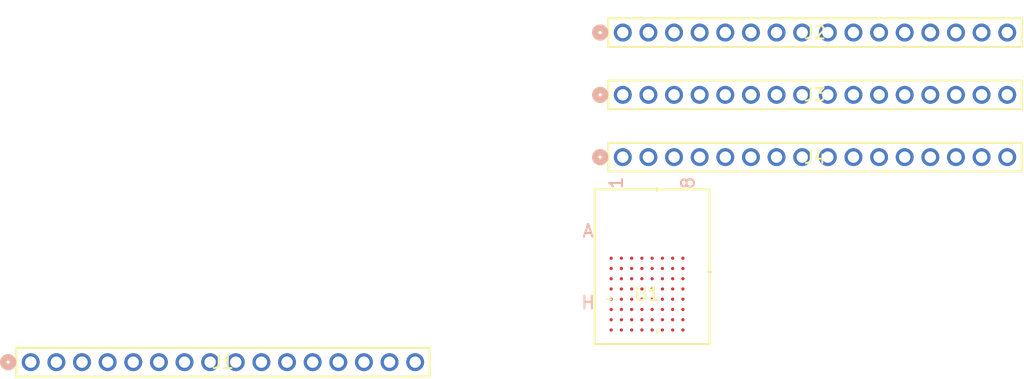
<source format=kicad_pcb>
(kicad_pcb (version 20240108) (generator "pcbnew") (generator_version "8.0")
  (layers (0 "F.Cu" signal) (31 "B.Cu" signal) (34 "B.Paste" user) (35 "F.Paste" user) (36 "B.SilkS" user "B.Silkscreen") (37 "F.SilkS" user "F.Silkscreen") (38 "B.Mask" user) (39 "F.Mask" user) (44 "Edge.Cuts" user))
  (net 0 "")
  (net 17 "A1")
  (net 22 "A0")
  (footprint "Custom:1x16 Connector" (layer "F.Cu") (at 125.599999 90.7392)
    (property "Reference" "J3" (at 15.000001 0 0) (layer "F.SilkS"))
    (property "Value" "Conn_01x16")
    (fp_circle (center -1.763999 0) (end -1.382999 0) (stroke (width 0.508)) (fill none) (layer "B.SilkS"))
    (fp_line (start -1.128999 -1.1176) (end -1.128999 1.1176) (stroke (width 0.1524)) (layer "F.SilkS"))
    (fp_line (start -1.128999 1.1176) (end 31.129001 1.1176) (stroke (width 0.1524)) (layer "F.SilkS"))
    (fp_line (start 31.129001 -1.1176) (end -1.128999 -1.1176) (stroke (width 0.1524)) (layer "F.SilkS"))
    (fp_line (start 31.129001 1.1176) (end 31.129001 -1.1176) (stroke (width 0.1524)) (layer "F.SilkS"))
    (fp_circle (center -1.763999 0) (end -1.382999 0) (stroke (width 0.508)) (fill none) (layer "F.SilkS"))
    (pad "1" thru_hole circle (at 0 0) (size 1.397 1.397) (drill 0.889) (layers "*.Cu" "*.Mask"))
    (pad "2" thru_hole circle (at 1.999999 0) (size 1.397 1.397) (drill 0.889) (layers "*.Cu" "*.Mask"))
    (pad "3" thru_hole circle (at 4 0) (size 1.397 1.397) (drill 0.889) (layers "*.Cu" "*.Mask"))
    (pad "4" thru_hole circle (at 6.000001 0) (size 1.397 1.397) (drill 0.889) (layers "*.Cu" "*.Mask"))
    (pad "5" thru_hole circle (at 7.999999 0) (size 1.397 1.397) (drill 0.889) (layers "*.Cu" "*.Mask"))
    (pad "6" thru_hole circle (at 10.000001 0) (size 1.397 1.397) (drill 0.889) (layers "*.Cu" "*.Mask"))
    (pad "7" thru_hole circle (at 11.999999 0) (size 1.397 1.397) (drill 0.889) (layers "*.Cu" "*.Mask"))
    (pad "8" thru_hole circle (at 14 0) (size 1.397 1.397) (drill 0.889) (layers "*.Cu" "*.Mask"))
    (pad "9" thru_hole circle (at 16.000001 0) (size 1.397 1.397) (drill 0.889) (layers "*.Cu" "*.Mask"))
    (pad "10" thru_hole circle (at 18 0) (size 1.397 1.397) (drill 0.889) (layers "*.Cu" "*.Mask"))
    (pad "11" thru_hole circle (at 20.000001 0) (size 1.397 1.397) (drill 0.889) (layers "*.Cu" "*.Mask"))
    (pad "12" thru_hole circle (at 21.999999 0) (size 1.397 1.397) (drill 0.889) (layers "*.Cu" "*.Mask"))
    (pad "13" thru_hole circle (at 24 0) (size 1.397 1.397) (drill 0.889) (layers "*.Cu" "*.Mask"))
    (pad "14" thru_hole circle (at 25.999999 0) (size 1.397 1.397) (drill 0.889) (layers "*.Cu" "*.Mask"))
    (pad "15" thru_hole circle (at 28 0) (size 1.397 1.397) (drill 0.889) (layers "*.Cu" "*.Mask"))
    (pad "16" thru_hole circle (at 30.000001 0) (size 1.397 1.397) (drill 0.889) (layers "*.Cu" "*.Mask"))
  )
  (footprint "Custom:1x16 Connector" (layer "F.Cu") (at 125.599999 95.6)
    (property "Reference" "J4" (at 15.000001 0 0) (layer "F.SilkS"))
    (property "Value" "Conn_01x16")
    (fp_circle (center -1.763999 0) (end -1.382999 0) (stroke (width 0.508)) (fill none) (layer "B.SilkS"))
    (fp_line (start -1.128999 -1.1176) (end -1.128999 1.1176) (stroke (width 0.1524)) (layer "F.SilkS"))
    (fp_line (start -1.128999 1.1176) (end 31.129001 1.1176) (stroke (width 0.1524)) (layer "F.SilkS"))
    (fp_line (start 31.129001 -1.1176) (end -1.128999 -1.1176) (stroke (width 0.1524)) (layer "F.SilkS"))
    (fp_line (start 31.129001 1.1176) (end 31.129001 -1.1176) (stroke (width 0.1524)) (layer "F.SilkS"))
    (fp_circle (center -1.763999 0) (end -1.382999 0) (stroke (width 0.508)) (fill none) (layer "F.SilkS"))
    (pad "1" thru_hole circle (at 0 0) (size 1.397 1.397) (drill 0.889) (layers "*.Cu" "*.Mask"))
    (pad "2" thru_hole circle (at 1.999999 0) (size 1.397 1.397) (drill 0.889) (layers "*.Cu" "*.Mask"))
    (pad "3" thru_hole circle (at 4 0) (size 1.397 1.397) (drill 0.889) (layers "*.Cu" "*.Mask"))
    (pad "4" thru_hole circle (at 6.000001 0) (size 1.397 1.397) (drill 0.889) (layers "*.Cu" "*.Mask"))
    (pad "5" thru_hole circle (at 7.999999 0) (size 1.397 1.397) (drill 0.889) (layers "*.Cu" "*.Mask"))
    (pad "6" thru_hole circle (at 10.000001 0) (size 1.397 1.397) (drill 0.889) (layers "*.Cu" "*.Mask"))
    (pad "7" thru_hole circle (at 11.999999 0) (size 1.397 1.397) (drill 0.889) (layers "*.Cu" "*.Mask"))
    (pad "8" thru_hole circle (at 14 0) (size 1.397 1.397) (drill 0.889) (layers "*.Cu" "*.Mask"))
    (pad "9" thru_hole circle (at 16.000001 0) (size 1.397 1.397) (drill 0.889) (layers "*.Cu" "*.Mask"))
    (pad "10" thru_hole circle (at 18 0) (size 1.397 1.397) (drill 0.889) (layers "*.Cu" "*.Mask"))
    (pad "11" thru_hole circle (at 20.000001 0) (size 1.397 1.397) (drill 0.889) (layers "*.Cu" "*.Mask"))
    (pad "12" thru_hole circle (at 21.999999 0) (size 1.397 1.397) (drill 0.889) (layers "*.Cu" "*.Mask"))
    (pad "13" thru_hole circle (at 24 0) (size 1.397 1.397) (drill 0.889) (layers "*.Cu" "*.Mask"))
    (pad "14" thru_hole circle (at 25.999999 0) (size 1.397 1.397) (drill 0.889) (layers "*.Cu" "*.Mask"))
    (pad "15" thru_hole circle (at 28 0) (size 1.397 1.397) (drill 0.889) (layers "*.Cu" "*.Mask"))
    (pad "16" thru_hole circle (at 30.000001 0) (size 1.397 1.397) (drill 0.889) (layers "*.Cu" "*.Mask"))
  )
  (footprint "Custom:1x16 Connector" (layer "F.Cu") (at 79.399999 111.6)
    (property "Reference" "J1" (at 15.000001 0 0) (layer "F.SilkS"))
    (property "Value" "Conn_01x16")
    (fp_circle (center -1.763999 0) (end -1.382999 0) (stroke (width 0.508)) (fill none) (layer "B.SilkS"))
    (fp_line (start -1.128999 -1.1176) (end -1.128999 1.1176) (stroke (width 0.1524)) (layer "F.SilkS"))
    (fp_line (start -1.128999 1.1176) (end 31.129001 1.1176) (stroke (width 0.1524)) (layer "F.SilkS"))
    (fp_line (start 31.129001 -1.1176) (end -1.128999 -1.1176) (stroke (width 0.1524)) (layer "F.SilkS"))
    (fp_line (start 31.129001 1.1176) (end 31.129001 -1.1176) (stroke (width 0.1524)) (layer "F.SilkS"))
    (fp_circle (center -1.763999 0) (end -1.382999 0) (stroke (width 0.508)) (fill none) (layer "F.SilkS"))
    (pad "1" thru_hole circle (at 0 0) (size 1.397 1.397) (drill 0.889) (layers "*.Cu" "*.Mask"))
    (pad "2" thru_hole circle (at 1.999999 0) (size 1.397 1.397) (drill 0.889) (layers "*.Cu" "*.Mask"))
    (pad "3" thru_hole circle (at 4 0) (size 1.397 1.397) (drill 0.889) (layers "*.Cu" "*.Mask"))
    (pad "4" thru_hole circle (at 6.000001 0) (size 1.397 1.397) (drill 0.889) (layers "*.Cu" "*.Mask"))
    (pad "5" thru_hole circle (at 7.999999 0) (size 1.397 1.397) (drill 0.889) (layers "*.Cu" "*.Mask"))
    (pad "6" thru_hole circle (at 10.000001 0) (size 1.397 1.397) (drill 0.889) (layers "*.Cu" "*.Mask"))
    (pad "7" thru_hole circle (at 11.999999 0) (size 1.397 1.397) (drill 0.889) (layers "*.Cu" "*.Mask"))
    (pad "8" thru_hole circle (at 14 0) (size 1.397 1.397) (drill 0.889) (layers "*.Cu" "*.Mask"))
    (pad "9" thru_hole circle (at 16.000001 0) (size 1.397 1.397) (drill 0.889) (layers "*.Cu" "*.Mask"))
    (pad "10" thru_hole circle (at 18 0) (size 1.397 1.397) (drill 0.889) (layers "*.Cu" "*.Mask"))
    (pad "11" thru_hole circle (at 20.000001 0) (size 1.397 1.397) (drill 0.889) (layers "*.Cu" "*.Mask"))
    (pad "12" thru_hole circle (at 21.999999 0) (size 1.397 1.397) (drill 0.889) (layers "*.Cu" "*.Mask"))
    (pad "13" thru_hole circle (at 24 0) (size 1.397 1.397) (drill 0.889) (layers "*.Cu" "*.Mask"))
    (pad "14" thru_hole circle (at 25.999999 0) (size 1.397 1.397) (drill 0.889) (layers "*.Cu" "*.Mask"))
    (pad "15" thru_hole circle (at 28 0) (size 1.397 1.397) (drill 0.889) (layers "*.Cu" "*.Mask"))
    (pad "16" thru_hole circle (at 30.000001 0) (size 1.397 1.397) (drill 0.889) (layers "*.Cu" "*.Mask"))
  )
  (footprint "Custom:BGA64_BC40C_FNL" (layer "F.Cu") (at 127.8873 104.1533)
    (property "Reference" "U1" (at -0.39575 2.13515 0) (layer "F.SilkS"))
    (property "Value" "BC40C")
    (fp_line (start -4.4831 -6.0325) (end -4.4831 6.0325) (stroke (width 0.1524)) (layer "F.SilkS"))
    (fp_line (start -4.4831 6.0325) (end 4.4831 6.0325) (stroke (width 0.1524)) (layer "F.SilkS"))
    (fp_line (start -3.1961 2.5352) (end -3.4501 2.5352) (stroke (width 0.1524)) (layer "F.SilkS"))
    (fp_line (start 0.40005 -5.9055) (end 0.40005 -6.1595) (stroke (width 0.1524)) (layer "F.SilkS"))
    (fp_line (start 0.40005 4.9355) (end 0.40005 5.1895) (stroke (width 0.1524)) (layer "F.SilkS"))
    (fp_line (start 4.3561 0.40005) (end 4.6101 0.40005) (stroke (width 0.1524)) (layer "F.SilkS"))
    (fp_line (start 4.4831 -6.0325) (end -4.4831 -6.0325) (stroke (width 0.1524)) (layer "F.SilkS"))
    (fp_line (start 4.4831 6.0325) (end 4.4831 -6.0325) (stroke (width 0.1524)) (layer "F.SilkS"))
    (fp_text user "1" (at -2.80035 -6.5405 90) (layer "B.SilkS"))
    (fp_text user "H" (at -4.9911 2.80035 0) (layer "B.SilkS"))
    (fp_text user "A" (at -4.9911 -2.80035 0) (layer "B.SilkS"))
    (fp_text user "8" (at 2.80035 -6.5405 90) (layer "B.SilkS"))
    (fp_text user "8" (at 2.80035 -6.5405 90) (layer "F.SilkS"))
    (fp_text user "H" (at -4.9911 2.80035 0) (layer "F.SilkS"))
    (fp_text user "1" (at -2.80035 -6.5405 90) (layer "F.SilkS"))
    (fp_text user "A" (at -4.9911 -2.80035 0) (layer "F.SilkS"))
    (pad "A0" smd circle (at -3.1961 -0.6652) (size 0.254 0.254) (layers "F.Cu" "F.Paste" "F.Mask") (net 22 "A0"))
    (pad "A1" smd circle (at -3.1961 0.1349) (size 0.254 0.254) (layers "F.Cu" "F.Paste" "F.Mask") (net 17 "A1"))
    (pad "A2" smd circle (at -3.1961 0.935) (size 0.254 0.254) (layers "F.Cu" "F.Paste" "F.Mask"))
    (pad "A3" smd circle (at -3.1961 1.7351) (size 0.254 0.254) (layers "F.Cu" "F.Paste" "F.Mask"))
    (pad "A4" smd circle (at -3.1961 2.5352) (size 0.254 0.254) (layers "F.Cu" "F.Paste" "F.Mask"))
    (pad "A5" smd circle (at -3.1961 3.3353) (size 0.254 0.254) (layers "F.Cu" "F.Paste" "F.Mask"))
    (pad "A6" smd circle (at -3.1961 4.1354) (size 0.254 0.254) (layers "F.Cu" "F.Paste" "F.Mask"))
    (pad "A7" smd circle (at -3.1961 4.9355) (size 0.254 0.254) (layers "F.Cu" "F.Paste" "F.Mask"))
    (pad "B0" smd circle (at -2.396 -0.6652) (size 0.254 0.254) (layers "F.Cu" "F.Paste" "F.Mask"))
    (pad "B1" smd circle (at -2.396 0.1349) (size 0.254 0.254) (layers "F.Cu" "F.Paste" "F.Mask"))
    (pad "B2" smd circle (at -2.396 0.935) (size 0.254 0.254) (layers "F.Cu" "F.Paste" "F.Mask"))
    (pad "B3" smd circle (at -2.396 1.7351) (size 0.254 0.254) (layers "F.Cu" "F.Paste" "F.Mask"))
    (pad "B4" smd circle (at -2.396 2.5352) (size 0.254 0.254) (layers "F.Cu" "F.Paste" "F.Mask"))
    (pad "B5" smd circle (at -2.396 3.3353) (size 0.254 0.254) (layers "F.Cu" "F.Paste" "F.Mask"))
    (pad "B6" smd circle (at -2.396 4.1354) (size 0.254 0.254) (layers "F.Cu" "F.Paste" "F.Mask"))
    (pad "B7" smd circle (at -2.396 4.9355) (size 0.254 0.254) (layers "F.Cu" "F.Paste" "F.Mask"))
    (pad "C0" smd circle (at -1.5959 -0.6652) (size 0.254 0.254) (layers "F.Cu" "F.Paste" "F.Mask"))
    (pad "C1" smd circle (at -1.5959 0.1349) (size 0.254 0.254) (layers "F.Cu" "F.Paste" "F.Mask"))
    (pad "C2" smd circle (at -1.5959 0.935) (size 0.254 0.254) (layers "F.Cu" "F.Paste" "F.Mask"))
    (pad "C3" smd circle (at -1.5959 1.7351) (size 0.254 0.254) (layers "F.Cu" "F.Paste" "F.Mask"))
    (pad "C4" smd circle (at -1.5959 2.5352) (size 0.254 0.254) (layers "F.Cu" "F.Paste" "F.Mask"))
    (pad "C5" smd circle (at -1.5959 3.3353) (size 0.254 0.254) (layers "F.Cu" "F.Paste" "F.Mask"))
    (pad "C6" smd circle (at -1.5959 4.1354) (size 0.254 0.254) (layers "F.Cu" "F.Paste" "F.Mask"))
    (pad "C7" smd circle (at -1.5959 4.9355) (size 0.254 0.254) (layers "F.Cu" "F.Paste" "F.Mask"))
    (pad "D0" smd circle (at -0.7958 -0.6652) (size 0.254 0.254) (layers "F.Cu" "F.Paste" "F.Mask"))
    (pad "D1" smd circle (at -0.7958 0.1349) (size 0.254 0.254) (layers "F.Cu" "F.Paste" "F.Mask"))
    (pad "D2" smd circle (at -0.7958 0.935) (size 0.254 0.254) (layers "F.Cu" "F.Paste" "F.Mask"))
    (pad "D3" smd circle (at -0.7958 1.7351) (size 0.254 0.254) (layers "F.Cu" "F.Paste" "F.Mask"))
    (pad "D4" smd circle (at -0.7958 2.5352) (size 0.254 0.254) (layers "F.Cu" "F.Paste" "F.Mask"))
    (pad "D5" smd circle (at -0.7958 3.3353) (size 0.254 0.254) (layers "F.Cu" "F.Paste" "F.Mask"))
    (pad "D6" smd circle (at -0.7958 4.1354) (size 0.254 0.254) (layers "F.Cu" "F.Paste" "F.Mask"))
    (pad "D7" smd circle (at -0.7958 4.9355) (size 0.254 0.254) (layers "F.Cu" "F.Paste" "F.Mask"))
    (pad "E0" smd circle (at 0.0043 -0.6652) (size 0.254 0.254) (layers "F.Cu" "F.Paste" "F.Mask"))
    (pad "E1" smd circle (at 0.0043 0.1349) (size 0.254 0.254) (layers "F.Cu" "F.Paste" "F.Mask"))
    (pad "E2" smd circle (at 0.0043 0.935) (size 0.254 0.254) (layers "F.Cu" "F.Paste" "F.Mask"))
    (pad "E3" smd circle (at 0.0043 1.7351) (size 0.254 0.254) (layers "F.Cu" "F.Paste" "F.Mask"))
    (pad "E4" smd circle (at 0.0043 2.5352) (size 0.254 0.254) (layers "F.Cu" "F.Paste" "F.Mask"))
    (pad "E5" smd circle (at 0.0043 3.3353) (size 0.254 0.254) (layers "F.Cu" "F.Paste" "F.Mask"))
    (pad "E6" smd circle (at 0.0043 4.1354) (size 0.254 0.254) (layers "F.Cu" "F.Paste" "F.Mask"))
    (pad "E7" smd circle (at 0.0043 4.9355) (size 0.254 0.254) (layers "F.Cu" "F.Paste" "F.Mask"))
    (pad "F0" smd circle (at 0.8044 -0.6652) (size 0.254 0.254) (layers "F.Cu" "F.Paste" "F.Mask"))
    (pad "F1" smd circle (at 0.8044 0.1349) (size 0.254 0.254) (layers "F.Cu" "F.Paste" "F.Mask"))
    (pad "F2" smd circle (at 0.8044 0.935) (size 0.254 0.254) (layers "F.Cu" "F.Paste" "F.Mask"))
    (pad "F3" smd circle (at 0.8044 1.7351) (size 0.254 0.254) (layers "F.Cu" "F.Paste" "F.Mask"))
    (pad "F4" smd circle (at 0.8044 2.5352) (size 0.254 0.254) (layers "F.Cu" "F.Paste" "F.Mask"))
    (pad "F5" smd circle (at 0.8044 3.3353) (size 0.254 0.254) (layers "F.Cu" "F.Paste" "F.Mask"))
    (pad "F6" smd circle (at 0.8044 4.1354) (size 0.254 0.254) (layers "F.Cu" "F.Paste" "F.Mask"))
    (pad "F7" smd circle (at 0.8044 4.9355) (size 0.254 0.254) (layers "F.Cu" "F.Paste" "F.Mask"))
    (pad "G0" smd circle (at 1.6045 -0.6652) (size 0.254 0.254) (layers "F.Cu" "F.Paste" "F.Mask"))
    (pad "G1" smd circle (at 1.6045 0.1349) (size 0.254 0.254) (layers "F.Cu" "F.Paste" "F.Mask"))
    (pad "G2" smd circle (at 1.6045 0.935) (size 0.254 0.254) (layers "F.Cu" "F.Paste" "F.Mask"))
    (pad "G3" smd circle (at 1.6045 1.7351) (size 0.254 0.254) (layers "F.Cu" "F.Paste" "F.Mask"))
    (pad "G4" smd circle (at 1.6045 2.5352) (size 0.254 0.254) (layers "F.Cu" "F.Paste" "F.Mask"))
    (pad "G5" smd circle (at 1.6045 3.3353) (size 0.254 0.254) (layers "F.Cu" "F.Paste" "F.Mask"))
    (pad "G6" smd circle (at 1.6045 4.1354) (size 0.254 0.254) (layers "F.Cu" "F.Paste" "F.Mask"))
    (pad "G7" smd circle (at 1.6045 4.9355) (size 0.254 0.254) (layers "F.Cu" "F.Paste" "F.Mask"))
    (pad "H0" smd circle (at 2.4046 -0.6652) (size 0.254 0.254) (layers "F.Cu" "F.Paste" "F.Mask"))
    (pad "H1" smd circle (at 2.4046 0.1349) (size 0.254 0.254) (layers "F.Cu" "F.Paste" "F.Mask"))
    (pad "H2" smd circle (at 2.4046 0.935) (size 0.254 0.254) (layers "F.Cu" "F.Paste" "F.Mask"))
    (pad "H3" smd circle (at 2.4046 1.7351) (size 0.254 0.254) (layers "F.Cu" "F.Paste" "F.Mask"))
    (pad "H4" smd circle (at 2.4046 2.5352) (size 0.254 0.254) (layers "F.Cu" "F.Paste" "F.Mask"))
    (pad "H5" smd circle (at 2.4046 3.3353) (size 0.254 0.254) (layers "F.Cu" "F.Paste" "F.Mask"))
    (pad "H6" smd circle (at 2.4046 4.1354) (size 0.254 0.254) (layers "F.Cu" "F.Paste" "F.Mask"))
    (pad "H7" smd circle (at 2.4046 4.9355) (size 0.254 0.254) (layers "F.Cu" "F.Paste" "F.Mask"))
  )
  (footprint "Custom:1x16 Connector" (layer "F.Cu") (at 125.599999 85.8784)
    (property "Reference" "J2" (at 15.000001 0 0) (layer "F.SilkS"))
    (property "Value" "Conn_01x16")
    (fp_circle (center -1.763999 0) (end -1.382999 0) (stroke (width 0.508)) (fill none) (layer "B.SilkS"))
    (fp_line (start -1.128999 -1.1176) (end -1.128999 1.1176) (stroke (width 0.1524)) (layer "F.SilkS"))
    (fp_line (start -1.128999 1.1176) (end 31.129001 1.1176) (stroke (width 0.1524)) (layer "F.SilkS"))
    (fp_line (start 31.129001 -1.1176) (end -1.128999 -1.1176) (stroke (width 0.1524)) (layer "F.SilkS"))
    (fp_line (start 31.129001 1.1176) (end 31.129001 -1.1176) (stroke (width 0.1524)) (layer "F.SilkS"))
    (fp_circle (center -1.763999 0) (end -1.382999 0) (stroke (width 0.508)) (fill none) (layer "F.SilkS"))
    (pad "1" thru_hole circle (at 0 0) (size 1.397 1.397) (drill 0.889) (layers "*.Cu" "*.Mask"))
    (pad "2" thru_hole circle (at 1.999999 0) (size 1.397 1.397) (drill 0.889) (layers "*.Cu" "*.Mask"))
    (pad "3" thru_hole circle (at 4 0) (size 1.397 1.397) (drill 0.889) (layers "*.Cu" "*.Mask"))
    (pad "4" thru_hole circle (at 6.000001 0) (size 1.397 1.397) (drill 0.889) (layers "*.Cu" "*.Mask"))
    (pad "5" thru_hole circle (at 7.999999 0) (size 1.397 1.397) (drill 0.889) (layers "*.Cu" "*.Mask"))
    (pad "6" thru_hole circle (at 10.000001 0) (size 1.397 1.397) (drill 0.889) (layers "*.Cu" "*.Mask"))
    (pad "7" thru_hole circle (at 11.999999 0) (size 1.397 1.397) (drill 0.889) (layers "*.Cu" "*.Mask"))
    (pad "8" thru_hole circle (at 14 0) (size 1.397 1.397) (drill 0.889) (layers "*.Cu" "*.Mask") (net 17 "A1"))
    (pad "9" thru_hole circle (at 16.000001 0) (size 1.397 1.397) (drill 0.889) (layers "*.Cu" "*.Mask") (net 17 "A1"))
    (pad "10" thru_hole circle (at 18 0) (size 1.397 1.397) (drill 0.889) (layers "*.Cu" "*.Mask"))
    (pad "11" thru_hole circle (at 20.000001 0) (size 1.397 1.397) (drill 0.889) (layers "*.Cu" "*.Mask"))
    (pad "12" thru_hole circle (at 21.999999 0) (size 1.397 1.397) (drill 0.889) (layers "*.Cu" "*.Mask"))
    (pad "13" thru_hole circle (at 24 0) (size 1.397 1.397) (drill 0.889) (layers "*.Cu" "*.Mask"))
    (pad "14" thru_hole circle (at 25.999999 0) (size 1.397 1.397) (drill 0.889) (layers "*.Cu" "*.Mask"))
    (pad "15" thru_hole circle (at 28 0) (size 1.397 1.397) (drill 0.889) (layers "*.Cu" "*.Mask"))
    (pad "16" thru_hole circle (at 30.000001 0) (size 1.397 1.397) (drill 0.889) (layers "*.Cu" "*.Mask") (net 22 "A0"))
  )
)
</source>
